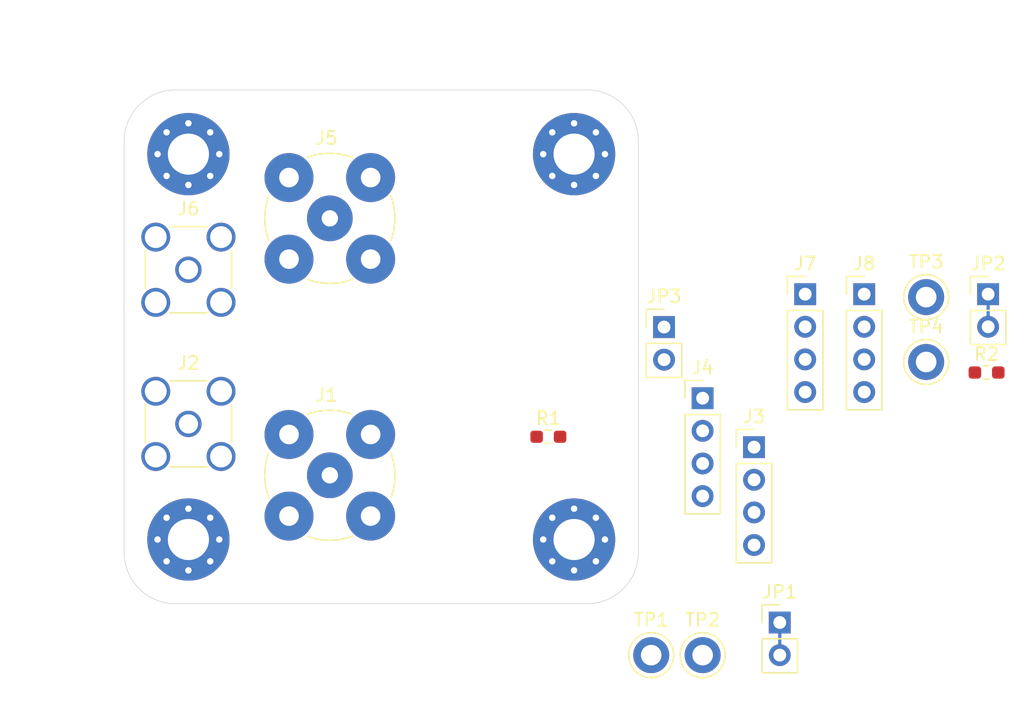
<source format=kicad_pcb>
(kicad_pcb (version 20241229) (generator "pcbnew") (generator_version "9.0")
  (layers (0 "F.Cu" signal) (4 "In1.Cu" signal) (6 "In2.Cu" signal) (2 "B.Cu" signal) (13 "F.Paste" user) (15 "B.Paste" user) (5 "F.SilkS" user "F.Silkscreen") (7 "B.SilkS" user "B.Silkscreen") (1 "F.Mask" user) (3 "B.Mask" user) (25 "Edge.Cuts" user))
  (net 0 "")
  (net 1 "GND")
  (net 2 "Net-(JP1-A)")
  (net 3 "/Channel1/Signal")
  (net 4 "/GND2")
  (net 5 "/Channel/Signal")
  (net 6 "/GND1")
  (net 7 "Net-(JP2-A)")
  (footprint "Resistor_SMD:R_0603_1608Metric_Pad0.98x0.95mm_HandSolder" (layer "F.Cu") (at 117.0875 72)
    (property "Reference" "R2" (at 0 -1.43 0) (layer "F.SilkS"))
    (property "Value" "50")
    (fp_line (start -0.254724 -0.5225) (end 0.254724 -0.5225) (stroke (width 0.12)) (layer "F.SilkS"))
    (fp_line (start -0.254724 0.5225) (end 0.254724 0.5225) (stroke (width 0.12)) (layer "F.SilkS"))
    (pad "1" smd roundrect (at -0.9125 0) (size 0.975 0.95) (layers "F.Cu" "F.Mask" "F.Paste") (net 7 "Net-(JP2-A)"))
    (pad "2" smd roundrect (at 0.9125 0) (size 0.975 0.95) (layers "F.Cu" "F.Mask" "F.Paste") (net 6 "/GND1"))
  )
  (footprint "Connector_Coaxial:SMA_Amphenol_132134-11_Vertical" (layer "F.Cu") (at 55 64)
    (property "Reference" "J6" (at 0 -4.75 0) (layer "F.SilkS"))
    (property "Value" "SMA")
    (fp_line (start -3.355 -1.45) (end -3.355 1.45) (stroke (width 0.12)) (layer "F.SilkS"))
    (fp_line (start -1.45 -3.355) (end 1.45 -3.355) (stroke (width 0.12)) (layer "F.SilkS"))
    (fp_line (start -1.45 3.355) (end 1.45 3.355) (stroke (width 0.12)) (layer "F.SilkS"))
    (fp_line (start 3.355 -1.45) (end 3.355 1.45) (stroke (width 0.12)) (layer "F.SilkS"))
    (pad "1" thru_hole circle (at 0 0) (size 2.05 2.05) (drill 1.5) (layers "*.Cu" "*.Mask") (net 5 "/Channel/Signal"))
    (pad "2" thru_hole circle (at -2.54 -2.54) (size 2.25 2.25) (drill 1.7) (layers "*.Cu" "*.Mask") (net 6 "/GND1"))
    (pad "2" thru_hole circle (at -2.54 2.54) (size 2.25 2.25) (drill 1.7) (layers "*.Cu" "*.Mask") (net 6 "/GND1"))
    (pad "2" thru_hole circle (at 2.54 -2.54) (size 2.25 2.25) (drill 1.7) (layers "*.Cu" "*.Mask") (net 6 "/GND1"))
    (pad "2" thru_hole circle (at 2.54 2.54) (size 2.25 2.25) (drill 1.7) (layers "*.Cu" "*.Mask") (net 6 "/GND1"))
  )
  (footprint "MountingHole:MountingHole_3.2mm_M3_Pad_Via" (layer "F.Cu") (at 55 55)
    (property "Reference" "H1" (hide yes))
    (property "Value" "MountingHole_Pad")
    (pad "1" thru_hole circle (at -2.4 0) (size 0.8 0.8) (drill 0.5) (layers "*.Cu" "*.Mask") (net 1 "GND"))
    (pad "1" thru_hole circle (at -1.697056 -1.697056) (size 0.8 0.8) (drill 0.5) (layers "*.Cu" "*.Mask") (net 1 "GND"))
    (pad "1" thru_hole circle (at -1.697056 1.697056) (size 0.8 0.8) (drill 0.5) (layers "*.Cu" "*.Mask") (net 1 "GND"))
    (pad "1" thru_hole circle (at 0 -2.4) (size 0.8 0.8) (drill 0.5) (layers "*.Cu" "*.Mask") (net 1 "GND"))
    (pad "1" thru_hole circle (at 0 0) (size 6.4 6.4) (drill 3.2) (layers "*.Cu" "*.Mask") (net 1 "GND"))
    (pad "1" thru_hole circle (at 0 2.4) (size 0.8 0.8) (drill 0.5) (layers "*.Cu" "*.Mask") (net 1 "GND"))
    (pad "1" thru_hole circle (at 1.697056 -1.697056) (size 0.8 0.8) (drill 0.5) (layers "*.Cu" "*.Mask") (net 1 "GND"))
    (pad "1" thru_hole circle (at 1.697056 1.697056) (size 0.8 0.8) (drill 0.5) (layers "*.Cu" "*.Mask") (net 1 "GND"))
    (pad "1" thru_hole circle (at 2.4 0) (size 0.8 0.8) (drill 0.5) (layers "*.Cu" "*.Mask") (net 1 "GND"))
  )
  (footprint "Connector_PinHeader_2.54mm:PinHeader_1x04_P2.54mm_Vertical" (layer "F.Cu") (at 107.5675 65.9)
    (property "Reference" "J8" (at 0 -2.38 0) (layer "F.SilkS"))
    (property "Value" "Conn_01x04")
    (fp_line (start -1.38 -1.38) (end 0 -1.38) (stroke (width 0.12)) (layer "F.SilkS"))
    (fp_line (start -1.38 0) (end -1.38 -1.38) (stroke (width 0.12)) (layer "F.SilkS"))
    (fp_line (start -1.38 1.27) (end -1.38 9) (stroke (width 0.12)) (layer "F.SilkS"))
    (fp_line (start -1.38 1.27) (end 1.38 1.27) (stroke (width 0.12)) (layer "F.SilkS"))
    (fp_line (start -1.38 9) (end 1.38 9) (stroke (width 0.12)) (layer "F.SilkS"))
    (fp_line (start 1.38 1.27) (end 1.38 9) (stroke (width 0.12)) (layer "F.SilkS"))
    (pad "1" thru_hole rect (at 0 0) (size 1.7 1.7) (drill 1) (layers "*.Cu" "*.Mask") (net 6 "/GND1"))
    (pad "2" thru_hole circle (at 0 2.54) (size 1.7 1.7) (drill 1) (layers "*.Cu" "*.Mask") (net 6 "/GND1"))
    (pad "3" thru_hole circle (at 0 5.08) (size 1.7 1.7) (drill 1) (layers "*.Cu" "*.Mask") (net 6 "/GND1"))
    (pad "4" thru_hole circle (at 0 7.62) (size 1.7 1.7) (drill 1) (layers "*.Cu" "*.Mask") (net 6 "/GND1"))
  )
  (footprint "Resistor_SMD:R_0603_1608Metric_Pad0.98x0.95mm_HandSolder" (layer "F.Cu") (at 83 77)
    (property "Reference" "R1" (at 0 -1.43 0) (layer "F.SilkS"))
    (property "Value" "50")
    (fp_line (start -0.254724 -0.5225) (end 0.254724 -0.5225) (stroke (width 0.12)) (layer "F.SilkS"))
    (fp_line (start -0.254724 0.5225) (end 0.254724 0.5225) (stroke (width 0.12)) (layer "F.SilkS"))
    (pad "1" smd roundrect (at -0.9125 0) (size 0.975 0.95) (layers "F.Cu" "F.Mask" "F.Paste") (net 2 "Net-(JP1-A)"))
    (pad "2" smd roundrect (at 0.9125 0) (size 0.975 0.95) (layers "F.Cu" "F.Mask" "F.Paste") (net 4 "/GND2"))
  )
  (footprint "Connector_PinHeader_2.54mm:PinHeader_1x04_P2.54mm_Vertical" (layer "F.Cu") (at 99 77.81)
    (property "Reference" "J3" (at 0 -2.38 0) (layer "F.SilkS"))
    (property "Value" "Conn_01x04")
    (fp_line (start -1.38 -1.38) (end 0 -1.38) (stroke (width 0.12)) (layer "F.SilkS"))
    (fp_line (start -1.38 0) (end -1.38 -1.38) (stroke (width 0.12)) (layer "F.SilkS"))
    (fp_line (start -1.38 1.27) (end -1.38 9) (stroke (width 0.12)) (layer "F.SilkS"))
    (fp_line (start -1.38 1.27) (end 1.38 1.27) (stroke (width 0.12)) (layer "F.SilkS"))
    (fp_line (start -1.38 9) (end 1.38 9) (stroke (width 0.12)) (layer "F.SilkS"))
    (fp_line (start 1.38 1.27) (end 1.38 9) (stroke (width 0.12)) (layer "F.SilkS"))
    (pad "1" thru_hole rect (at 0 0) (size 1.7 1.7) (drill 1) (layers "*.Cu" "*.Mask") (net 3 "/Channel1/Signal"))
    (pad "2" thru_hole circle (at 0 2.54) (size 1.7 1.7) (drill 1) (layers "*.Cu" "*.Mask") (net 3 "/Channel1/Signal"))
    (pad "3" thru_hole circle (at 0 5.08) (size 1.7 1.7) (drill 1) (layers "*.Cu" "*.Mask") (net 3 "/Channel1/Signal"))
    (pad "4" thru_hole circle (at 0 7.62) (size 1.7 1.7) (drill 1) (layers "*.Cu" "*.Mask") (net 3 "/Channel1/Signal"))
  )
  (footprint "Connector_Coaxial:SMA_Amphenol_132134-11_Vertical" (layer "F.Cu") (at 55 76)
    (property "Reference" "J2" (at 0 -4.75 0) (layer "F.SilkS"))
    (property "Value" "SMA")
    (fp_line (start -3.355 -1.45) (end -3.355 1.45) (stroke (width 0.12)) (layer "F.SilkS"))
    (fp_line (start -1.45 -3.355) (end 1.45 -3.355) (stroke (width 0.12)) (layer "F.SilkS"))
    (fp_line (start -1.45 3.355) (end 1.45 3.355) (stroke (width 0.12)) (layer "F.SilkS"))
    (fp_line (start 3.355 -1.45) (end 3.355 1.45) (stroke (width 0.12)) (layer "F.SilkS"))
    (pad "1" thru_hole circle (at 0 0) (size 2.05 2.05) (drill 1.5) (layers "*.Cu" "*.Mask") (net 3 "/Channel1/Signal"))
    (pad "2" thru_hole circle (at -2.54 -2.54) (size 2.25 2.25) (drill 1.7) (layers "*.Cu" "*.Mask") (net 4 "/GND2"))
    (pad "2" thru_hole circle (at -2.54 2.54) (size 2.25 2.25) (drill 1.7) (layers "*.Cu" "*.Mask") (net 4 "/GND2"))
    (pad "2" thru_hole circle (at 2.54 -2.54) (size 2.25 2.25) (drill 1.7) (layers "*.Cu" "*.Mask") (net 4 "/GND2"))
    (pad "2" thru_hole circle (at 2.54 2.54) (size 2.25 2.25) (drill 1.7) (layers "*.Cu" "*.Mask") (net 4 "/GND2"))
  )
  (footprint "TestPoint:TestPoint_Keystone_5010-5014_Multipurpose" (layer "F.Cu") (at 112.3875 66.13)
    (property "Reference" "TP3" (at 0 -2.75 0) (layer "F.SilkS"))
    (property "Value" "TestPoint")
    (fp_circle (center 0 0) (end 1.75 0) (stroke (width 0.12)) (fill no) (layer "F.SilkS"))
    (pad "1" thru_hole circle (at 0 0) (size 2.8 2.8) (drill 1.6) (layers "*.Cu" "*.Mask") (net 5 "/Channel/Signal"))
  )
  (footprint "MountingHole:MountingHole_3.2mm_M3_Pad_Via" (layer "F.Cu") (at 55 85)
    (property "Reference" "H3" (hide yes))
    (property "Value" "MountingHole_Pad")
    (pad "1" thru_hole circle (at -2.4 0) (size 0.8 0.8) (drill 0.5) (layers "*.Cu" "*.Mask") (net 1 "GND"))
    (pad "1" thru_hole circle (at -1.697056 -1.697056) (size 0.8 0.8) (drill 0.5) (layers "*.Cu" "*.Mask") (net 1 "GND"))
    (pad "1" thru_hole circle (at -1.697056 1.697056) (size 0.8 0.8) (drill 0.5) (layers "*.Cu" "*.Mask") (net 1 "GND"))
    (pad "1" thru_hole circle (at 0 -2.4) (size 0.8 0.8) (drill 0.5) (layers "*.Cu" "*.Mask") (net 1 "GND"))
    (pad "1" thru_hole circle (at 0 0) (size 6.4 6.4) (drill 3.2) (layers "*.Cu" "*.Mask") (net 1 "GND"))
    (pad "1" thru_hole circle (at 0 2.4) (size 0.8 0.8) (drill 0.5) (layers "*.Cu" "*.Mask") (net 1 "GND"))
    (pad "1" thru_hole circle (at 1.697056 -1.697056) (size 0.8 0.8) (drill 0.5) (layers "*.Cu" "*.Mask") (net 1 "GND"))
    (pad "1" thru_hole circle (at 1.697056 1.697056) (size 0.8 0.8) (drill 0.5) (layers "*.Cu" "*.Mask") (net 1 "GND"))
    (pad "1" thru_hole circle (at 2.4 0) (size 0.8 0.8) (drill 0.5) (layers "*.Cu" "*.Mask") (net 1 "GND"))
  )
  (footprint "TestPoint:TestPoint_Keystone_5010-5014_Multipurpose" (layer "F.Cu") (at 112.3875 71.18)
    (property "Reference" "TP4" (at 0 -2.75 0) (layer "F.SilkS"))
    (property "Value" "TestPoint")
    (fp_circle (center 0 0) (end 1.75 0) (stroke (width 0.12)) (fill no) (layer "F.SilkS"))
    (pad "1" thru_hole circle (at 0 0) (size 2.8 2.8) (drill 1.6) (layers "*.Cu" "*.Mask") (net 6 "/GND1"))
  )
  (footprint "Connector_Coaxial:BNC_TEConnectivity_1478204_Vertical" (layer "F.Cu") (at 66 80)
    (property "Reference" "J1" (at -0.25 -6.25 0) (layer "F.SilkS"))
    (property "Value" "BNC")
    (fp_arc (start -4.75 1.75) (mid -5.062075 0.019867) (end -4.763589 -1.712663) (stroke (width 0.12)) (layer "F.SilkS"))
    (fp_arc (start -1.75 -4.75) (mid -0.019867 -5.062075) (end 1.712663 -4.763589) (stroke (width 0.12)) (layer "F.SilkS"))
    (fp_arc (start 1.75 4.75) (mid 0.019867 5.062075) (end -1.712663 4.763589) (stroke (width 0.12)) (layer "F.SilkS"))
    (fp_arc (start 4.75 -1.75) (mid 5.062075 -0.019867) (end 4.763589 1.712663) (stroke (width 0.12)) (layer "F.SilkS"))
    (pad "1" thru_hole circle (at 0 0) (size 3.556 3.556) (drill 1.27) (layers "*.Cu" "*.Mask") (net 3 "/Channel1/Signal"))
    (pad "2" thru_hole circle (at -3.175 -3.175) (size 3.81 3.81) (drill 1.524) (layers "*.Cu" "*.Mask") (net 4 "/GND2"))
    (pad "2" thru_hole circle (at -3.175 3.175) (size 3.81 3.81) (drill 1.524) (layers "*.Cu" "*.Mask") (net 4 "/GND2"))
    (pad "2" thru_hole circle (at 3.175 -3.175) (size 3.81 3.81) (drill 1.524) (layers "*.Cu" "*.Mask") (net 4 "/GND2"))
    (pad "2" thru_hole circle (at 3.175 3.175) (size 3.81 3.81) (drill 1.524) (layers "*.Cu" "*.Mask") (net 4 "/GND2"))
  )
  (footprint "MountingHole:MountingHole_3.2mm_M3_Pad_Via" (layer "F.Cu") (at 85 85)
    (property "Reference" "H4" (hide yes))
    (property "Value" "MountingHole_Pad")
    (pad "1" thru_hole circle (at -2.4 0) (size 0.8 0.8) (drill 0.5) (layers "*.Cu" "*.Mask") (net 1 "GND"))
    (pad "1" thru_hole circle (at -1.697056 -1.697056) (size 0.8 0.8) (drill 0.5) (layers "*.Cu" "*.Mask") (net 1 "GND"))
    (pad "1" thru_hole circle (at -1.697056 1.697056) (size 0.8 0.8) (drill 0.5) (layers "*.Cu" "*.Mask") (net 1 "GND"))
    (pad "1" thru_hole circle (at 0 -2.4) (size 0.8 0.8) (drill 0.5) (layers "*.Cu" "*.Mask") (net 1 "GND"))
    (pad "1" thru_hole circle (at 0 0) (size 6.4 6.4) (drill 3.2) (layers "*.Cu" "*.Mask") (net 1 "GND"))
    (pad "1" thru_hole circle (at 0 2.4) (size 0.8 0.8) (drill 0.5) (layers "*.Cu" "*.Mask") (net 1 "GND"))
    (pad "1" thru_hole circle (at 1.697056 -1.697056) (size 0.8 0.8) (drill 0.5) (layers "*.Cu" "*.Mask") (net 1 "GND"))
    (pad "1" thru_hole circle (at 1.697056 1.697056) (size 0.8 0.8) (drill 0.5) (layers "*.Cu" "*.Mask") (net 1 "GND"))
    (pad "1" thru_hole circle (at 2.4 0) (size 0.8 0.8) (drill 0.5) (layers "*.Cu" "*.Mask") (net 1 "GND"))
  )
  (footprint "Connector_PinHeader_2.54mm:PinHeader_1x04_P2.54mm_Vertical" (layer "F.Cu") (at 102.9775 65.9)
    (property "Reference" "J7" (at 0 -2.38 0) (layer "F.SilkS"))
    (property "Value" "Conn_01x04")
    (fp_line (start -1.38 -1.38) (end 0 -1.38) (stroke (width 0.12)) (layer "F.SilkS"))
    (fp_line (start -1.38 0) (end -1.38 -1.38) (stroke (width 0.12)) (layer "F.SilkS"))
    (fp_line (start -1.38 1.27) (end -1.38 9) (stroke (width 0.12)) (layer "F.SilkS"))
    (fp_line (start -1.38 1.27) (end 1.38 1.27) (stroke (width 0.12)) (layer "F.SilkS"))
    (fp_line (start -1.38 9) (end 1.38 9) (stroke (width 0.12)) (layer "F.SilkS"))
    (fp_line (start 1.38 1.27) (end 1.38 9) (stroke (width 0.12)) (layer "F.SilkS"))
    (pad "1" thru_hole rect (at 0 0) (size 1.7 1.7) (drill 1) (layers "*.Cu" "*.Mask") (net 5 "/Channel/Signal"))
    (pad "2" thru_hole circle (at 0 2.54) (size 1.7 1.7) (drill 1) (layers "*.Cu" "*.Mask") (net 5 "/Channel/Signal"))
    (pad "3" thru_hole circle (at 0 5.08) (size 1.7 1.7) (drill 1) (layers "*.Cu" "*.Mask") (net 5 "/Channel/Signal"))
    (pad "4" thru_hole circle (at 0 7.62) (size 1.7 1.7) (drill 1) (layers "*.Cu" "*.Mask") (net 5 "/Channel/Signal"))
  )
  (footprint "MountingHole:MountingHole_3.2mm_M3_Pad_Via" (layer "F.Cu") (at 85 55)
    (property "Reference" "H2" (hide yes))
    (property "Value" "MountingHole_Pad")
    (pad "1" thru_hole circle (at -2.4 0) (size 0.8 0.8) (drill 0.5) (layers "*.Cu" "*.Mask") (net 1 "GND"))
    (pad "1" thru_hole circle (at -1.697056 -1.697056) (size 0.8 0.8) (drill 0.5) (layers "*.Cu" "*.Mask") (net 1 "GND"))
    (pad "1" thru_hole circle (at -1.697056 1.697056) (size 0.8 0.8) (drill 0.5) (layers "*.Cu" "*.Mask") (net 1 "GND"))
    (pad "1" thru_hole circle (at 0 -2.4) (size 0.8 0.8) (drill 0.5) (layers "*.Cu" "*.Mask") (net 1 "GND"))
    (pad "1" thru_hole circle (at 0 0) (size 6.4 6.4) (drill 3.2) (layers "*.Cu" "*.Mask") (net 1 "GND"))
    (pad "1" thru_hole circle (at 0 2.4) (size 0.8 0.8) (drill 0.5) (layers "*.Cu" "*.Mask") (net 1 "GND"))
    (pad "1" thru_hole circle (at 1.697056 -1.697056) (size 0.8 0.8) (drill 0.5) (layers "*.Cu" "*.Mask") (net 1 "GND"))
    (pad "1" thru_hole circle (at 1.697056 1.697056) (size 0.8 0.8) (drill 0.5) (layers "*.Cu" "*.Mask") (net 1 "GND"))
    (pad "1" thru_hole circle (at 2.4 0) (size 0.8 0.8) (drill 0.5) (layers "*.Cu" "*.Mask") (net 1 "GND"))
  )
  (footprint "SKEC_Footprints:SolderJumper-2_P2.54mm_Bridged" (layer "F.Cu") (at 101 91.46)
    (property "Reference" "JP1" (at 0 -2.38 0) (layer "F.SilkS"))
    (property "Value" "Jumper")
    (fp_line (start 0 0) (end 0 2.54) (stroke (width 0.25)) (layer "B.Cu"))
    (fp_line (start -1.38 -1.38) (end 0 -1.38) (stroke (width 0.12)) (layer "F.SilkS"))
    (fp_line (start -1.38 0) (end -1.38 -1.38) (stroke (width 0.12)) (layer "F.SilkS"))
    (fp_line (start -1.38 1.27) (end -1.38 3.92) (stroke (width 0.12)) (layer "F.SilkS"))
    (fp_line (start -1.38 1.27) (end 1.38 1.27) (stroke (width 0.12)) (layer "F.SilkS"))
    (fp_line (start -1.38 3.92) (end 1.38 3.92) (stroke (width 0.12)) (layer "F.SilkS"))
    (fp_line (start 1.38 1.27) (end 1.38 3.92) (stroke (width 0.12)) (layer "F.SilkS"))
    (pad "1" thru_hole rect (at 0 0) (size 1.7 1.7) (drill 1) (layers "*.Cu" "*.Mask") (net 2 "Net-(JP1-A)"))
    (pad "2" thru_hole circle (at 0 2.54) (size 1.7 1.7) (drill 1) (layers "*.Cu" "*.Mask") (net 3 "/Channel1/Signal"))
  )
  (footprint "TestPoint:TestPoint_Keystone_5010-5014_Multipurpose" (layer "F.Cu") (at 95 94)
    (property "Reference" "TP2" (at 0 -2.75 0) (layer "F.SilkS"))
    (property "Value" "TestPoint")
    (fp_circle (center 0 0) (end 1.75 0) (stroke (width 0.12)) (fill no) (layer "F.SilkS"))
    (pad "1" thru_hole circle (at 0 0) (size 2.8 2.8) (drill 1.6) (layers "*.Cu" "*.Mask") (net 4 "/GND2"))
  )
  (footprint "SKEC_Footprints:SolderJumper-2_P2.54mm_Bridged" (layer "F.Cu") (at 117.2075 65.9)
    (property "Reference" "JP2" (at 0 -2.38 0) (layer "F.SilkS"))
    (property "Value" "Jumper")
    (fp_line (start 0 0) (end 0 2.54) (stroke (width 0.25)) (layer "B.Cu"))
    (fp_line (start -1.38 -1.38) (end 0 -1.38) (stroke (width 0.12)) (layer "F.SilkS"))
    (fp_line (start -1.38 0) (end -1.38 -1.38) (stroke (width 0.12)) (layer "F.SilkS"))
    (fp_line (start -1.38 1.27) (end -1.38 3.92) (stroke (width 0.12)) (layer "F.SilkS"))
    (fp_line (start -1.38 1.27) (end 1.38 1.27) (stroke (width 0.12)) (layer "F.SilkS"))
    (fp_line (start -1.38 3.92) (end 1.38 3.92) (stroke (width 0.12)) (layer "F.SilkS"))
    (fp_line (start 1.38 1.27) (end 1.38 3.92) (stroke (width 0.12)) (layer "F.SilkS"))
    (pad "1" thru_hole rect (at 0 0) (size 1.7 1.7) (drill 1) (layers "*.Cu" "*.Mask") (net 7 "Net-(JP2-A)"))
    (pad "2" thru_hole circle (at 0 2.54) (size 1.7 1.7) (drill 1) (layers "*.Cu" "*.Mask") (net 5 "/Channel/Signal"))
  )
  (footprint "Connector_Coaxial:BNC_TEConnectivity_1478204_Vertical" (layer "F.Cu") (at 66 60)
    (property "Reference" "J5" (at -0.25 -6.25 0) (layer "F.SilkS"))
    (property "Value" "BNC")
    (fp_arc (start -4.75 1.75) (mid -5.062075 0.019867) (end -4.763589 -1.712663) (stroke (width 0.12)) (layer "F.SilkS"))
    (fp_arc (start -1.75 -4.75) (mid -0.019867 -5.062075) (end 1.712663 -4.763589) (stroke (width 0.12)) (layer "F.SilkS"))
    (fp_arc (start 1.75 4.75) (mid 0.019867 5.062075) (end -1.712663 4.763589) (stroke (width 0.12)) (layer "F.SilkS"))
    (fp_arc (start 4.75 -1.75) (mid 5.062075 -0.019867) (end 4.763589 1.712663) (stroke (width 0.12)) (layer "F.SilkS"))
    (pad "1" thru_hole circle (at 0 0) (size 3.556 3.556) (drill 1.27) (layers "*.Cu" "*.Mask") (net 5 "/Channel/Signal"))
    (pad "2" thru_hole circle (at -3.175 -3.175) (size 3.81 3.81) (drill 1.524) (layers "*.Cu" "*.Mask") (net 6 "/GND1"))
    (pad "2" thru_hole circle (at -3.175 3.175) (size 3.81 3.81) (drill 1.524) (layers "*.Cu" "*.Mask") (net 6 "/GND1"))
    (pad "2" thru_hole circle (at 3.175 -3.175) (size 3.81 3.81) (drill 1.524) (layers "*.Cu" "*.Mask") (net 6 "/GND1"))
    (pad "2" thru_hole circle (at 3.175 3.175) (size 3.81 3.81) (drill 1.524) (layers "*.Cu" "*.Mask") (net 6 "/GND1"))
  )
  (footprint "TestPoint:TestPoint_Keystone_5010-5014_Multipurpose" (layer "F.Cu") (at 91 94)
    (property "Reference" "TP1" (at 0 -2.75 0) (layer "F.SilkS"))
    (property "Value" "TestPoint")
    (fp_circle (center 0 0) (end 1.75 0) (stroke (width 0.12)) (fill no) (layer "F.SilkS"))
    (pad "1" thru_hole circle (at 0 0) (size 2.8 2.8) (drill 1.6) (layers "*.Cu" "*.Mask") (net 3 "/Channel1/Signal"))
  )
  (footprint "Connector_PinHeader_2.54mm:PinHeader_1x02_P2.54mm_Vertical" (layer "F.Cu") (at 92 68.46)
    (property "Reference" "JP3" (at 0 -2.38 0) (layer "F.SilkS"))
    (property "Value" "Jumper_2_Open")
    (fp_line (start -1.38 -1.38) (end 0 -1.38) (stroke (width 0.12)) (layer "F.SilkS"))
    (fp_line (start -1.38 0) (end -1.38 -1.38) (stroke (width 0.12)) (layer "F.SilkS"))
    (fp_line (start -1.38 1.27) (end -1.38 3.92) (stroke (width 0.12)) (layer "F.SilkS"))
    (fp_line (start -1.38 1.27) (end 1.38 1.27) (stroke (width 0.12)) (layer "F.SilkS"))
    (fp_line (start -1.38 3.92) (end 1.38 3.92) (stroke (width 0.12)) (layer "F.SilkS"))
    (fp_line (start 1.38 1.27) (end 1.38 3.92) (stroke (width 0.12)) (layer "F.SilkS"))
    (pad "1" thru_hole rect (at 0 0) (size 1.7 1.7) (drill 1) (layers "*.Cu" "*.Mask") (net 6 "/GND1"))
    (pad "2" thru_hole circle (at 0 2.54) (size 1.7 1.7) (drill 1) (layers "*.Cu" "*.Mask") (net 4 "/GND2"))
  )
  (footprint "Connector_PinHeader_2.54mm:PinHeader_1x04_P2.54mm_Vertical" (layer "F.Cu") (at 95 74)
    (property "Reference" "J4" (at 0 -2.38 0) (layer "F.SilkS"))
    (property "Value" "Conn_01x04")
    (fp_line (start -1.38 -1.38) (end 0 -1.38) (stroke (width 0.12)) (layer "F.SilkS"))
    (fp_line (start -1.38 0) (end -1.38 -1.38) (stroke (width 0.12)) (layer "F.SilkS"))
    (fp_line (start -1.38 1.27) (end -1.38 9) (stroke (width 0.12)) (layer "F.SilkS"))
    (fp_line (start -1.38 1.27) (end 1.38 1.27) (stroke (width 0.12)) (layer "F.SilkS"))
    (fp_line (start -1.38 9) (end 1.38 9) (stroke (width 0.12)) (layer "F.SilkS"))
    (fp_line (start 1.38 1.27) (end 1.38 9) (stroke (width 0.12)) (layer "F.SilkS"))
    (pad "1" thru_hole rect (at 0 0) (size 1.7 1.7) (drill 1) (layers "*.Cu" "*.Mask") (net 4 "/GND2"))
    (pad "2" thru_hole circle (at 0 2.54) (size 1.7 1.7) (drill 1) (layers "*.Cu" "*.Mask") (net 4 "/GND2"))
    (pad "3" thru_hole circle (at 0 5.08) (size 1.7 1.7) (drill 1) (layers "*.Cu" "*.Mask") (net 4 "/GND2"))
    (pad "4" thru_hole circle (at 0 7.62) (size 1.7 1.7) (drill 1) (layers "*.Cu" "*.Mask") (net 4 "/GND2"))
  )
  (gr_arc (start 86 50) (mid 88.828427 51.171573) (end 90 54) (stroke (width 0.05)) (layer "Edge.Cuts"))
  (gr_arc (start 50 54) (mid 51.171573 51.171573) (end 54 50) (stroke (width 0.05)) (layer "Edge.Cuts"))
  (gr_line (start 54 50) (end 86 50) (stroke (width 0.05)) (layer "Edge.Cuts"))
  (gr_line (start 90 54) (end 90 86) (stroke (width 0.05)) (layer "Edge.Cuts"))
  (gr_arc (start 54 90) (mid 51.171573 88.828427) (end 50 86) (stroke (width 0.05)) (layer "Edge.Cuts"))
  (gr_arc (start 90 86) (mid 88.828427 88.828427) (end 86 90) (stroke (width 0.05)) (layer "Edge.Cuts"))
  (gr_line (start 86 90) (end 54 90) (stroke (width 0.05)) (layer "Edge.Cuts"))
  (gr_line (start 50 86) (end 50 54) (stroke (width 0.05)) (layer "Edge.Cuts"))
)
</source>
